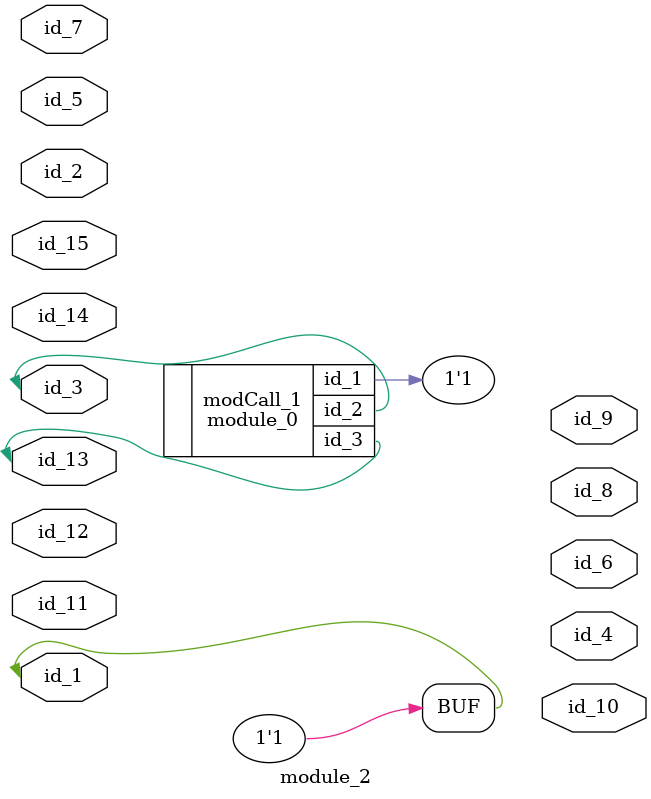
<source format=v>
module module_0 (
    id_1,
    id_2,
    id_3
);
  inout wire id_3;
  inout wire id_2;
  inout wire id_1;
  initial id_1 = id_2;
  wire id_4;
endmodule
module module_1;
  wor id_1, id_2 = 1 - 1, id_3;
  wire id_4;
  parameter id_5 = -1'h0;
  always id_1 = -1;
  wire id_6, id_7;
  parameter id_8 = -1 - -1;
  module_0 modCall_1 (
      id_3,
      id_6,
      id_6
  );
endmodule
module module_2 (
    id_1,
    id_2,
    id_3,
    id_4,
    id_5,
    id_6,
    id_7,
    id_8,
    id_9,
    id_10,
    id_11,
    id_12,
    id_13,
    id_14,
    id_15
);
  input wire id_15;
  inout wire id_14;
  inout wire id_13;
  input wire id_12;
  inout wire id_11;
  output wire id_10;
  output wire id_9;
  output wire id_8;
  input wire id_7;
  output wire id_6;
  inout wire id_5;
  output wire id_4;
  inout wire id_3;
  input wire id_2;
  inout wire id_1;
  assign id_1 = -1;
  module_0 modCall_1 (
      id_1,
      id_3,
      id_13
  );
endmodule

</source>
